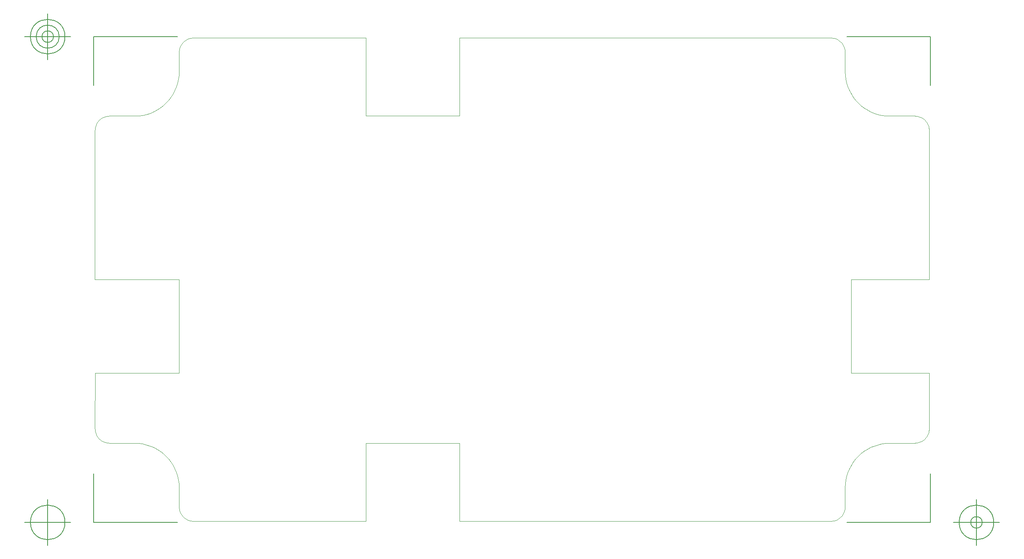
<source format=gbr>
G04 Generated by Ultiboard 14.2 *
%FSLAX24Y24*%
%MOIN*%

%ADD10C,0.0001*%
%ADD11C,0.0001*%
%ADD12C,0.0050*%


G04 ColorRGB 00FFFF for the following layer *
%LNBoard Outline*%
%LPD*%
G54D10*
G54D11*
X-28459Y-19418D02*
X-28454Y-19527D01*
X-28440Y-19635D01*
X-28416Y-19741D01*
X-28383Y-19845D01*
X-28342Y-19946D01*
X-28291Y-20043D01*
X-28233Y-20135D01*
X-28166Y-20221D01*
X-28093Y-20302D01*
X-28012Y-20375D01*
X-27926Y-20442D01*
X-27834Y-20500D01*
X-27737Y-20551D01*
X-27636Y-20592D01*
X-27532Y-20625D01*
X-27426Y-20649D01*
X-27318Y-20663D01*
X-27209Y-20668D01*
X-28459Y-17794D02*
X-28459Y-19418D01*
X-28459Y-17794D02*
X-28473Y-17462D01*
X-28517Y-17133D01*
X-28588Y-16809D01*
X-28688Y-16492D01*
X-28815Y-16185D01*
X-28969Y-15890D01*
X-29147Y-15610D01*
X-29349Y-15347D01*
X-29574Y-15102D01*
X-29819Y-14877D01*
X-30082Y-14675D01*
X-30362Y-14497D01*
X-30657Y-14343D01*
X-30964Y-14216D01*
X-31281Y-14116D01*
X-31605Y-14045D01*
X-31934Y-14001D01*
X-32266Y-13987D01*
X-32266Y-13987D01*
X-34393Y-13987D02*
X-32266Y-13987D01*
X-35643Y-12737D02*
X-35638Y-12846D01*
X-35624Y-12954D01*
X-35600Y-13060D01*
X-35567Y-13164D01*
X-35526Y-13265D01*
X-35475Y-13362D01*
X-35417Y-13454D01*
X-35350Y-13540D01*
X-35277Y-13621D01*
X-35196Y-13694D01*
X-35110Y-13761D01*
X-35018Y-13819D01*
X-34921Y-13870D01*
X-34820Y-13911D01*
X-34716Y-13944D01*
X-34610Y-13968D01*
X-34502Y-13982D01*
X-34393Y-13987D01*
X-34393Y13987D02*
X-34502Y13982D01*
X-34610Y13968D01*
X-34716Y13944D01*
X-34820Y13911D01*
X-34921Y13870D01*
X-35018Y13819D01*
X-35110Y13761D01*
X-35196Y13694D01*
X-35277Y13621D01*
X-35350Y13540D01*
X-35417Y13454D01*
X-35475Y13362D01*
X-35526Y13265D01*
X-35567Y13164D01*
X-35600Y13060D01*
X-35624Y12954D01*
X-35638Y12846D01*
X-35643Y12737D01*
X-32266Y13987D02*
X-34393Y13987D01*
X-32266Y13987D02*
X-31934Y14001D01*
X-31605Y14045D01*
X-31281Y14116D01*
X-30964Y14216D01*
X-30657Y14343D01*
X-30362Y14497D01*
X-30082Y14675D01*
X-29819Y14877D01*
X-29574Y15102D01*
X-29349Y15347D01*
X-29147Y15610D01*
X-28969Y15890D01*
X-28815Y16185D01*
X-28688Y16492D01*
X-28588Y16809D01*
X-28517Y17133D01*
X-28473Y17462D01*
X-28459Y17794D01*
X-28459Y19418D02*
X-28459Y17794D01*
X-27209Y20668D02*
X-27318Y20663D01*
X-27426Y20649D01*
X-27532Y20625D01*
X-27636Y20592D01*
X-27737Y20551D01*
X-27834Y20500D01*
X-27926Y20442D01*
X-28012Y20375D01*
X-28093Y20302D01*
X-28166Y20221D01*
X-28233Y20135D01*
X-28291Y20043D01*
X-28342Y19946D01*
X-28383Y19845D01*
X-28416Y19741D01*
X-28440Y19635D01*
X-28454Y19527D01*
X-28459Y19418D01*
X-27209Y20668D02*
X-20500Y20668D01*
X-35643Y12737D02*
X-35643Y0D01*
X-12500Y20668D02*
X-12500Y13987D01*
X-28459Y0D02*
X-28459Y-8000D01*
X-35640Y-8000D01*
X-28459Y0D02*
X-35643Y0D01*
X-35640Y-8000D02*
X-35643Y-12737D01*
X28459Y19418D02*
X28454Y19527D01*
X28440Y19635D01*
X28416Y19741D01*
X28383Y19845D01*
X28342Y19946D01*
X28291Y20043D01*
X28233Y20135D01*
X28166Y20221D01*
X28093Y20302D01*
X28012Y20375D01*
X27926Y20442D01*
X27834Y20500D01*
X27737Y20551D01*
X27636Y20592D01*
X27532Y20625D01*
X27426Y20649D01*
X27318Y20663D01*
X27209Y20668D01*
X28459Y17794D02*
X28459Y19418D01*
X28459Y17794D02*
X28473Y17462D01*
X28517Y17133D01*
X28588Y16809D01*
X28688Y16492D01*
X28815Y16185D01*
X28969Y15890D01*
X29147Y15610D01*
X29349Y15347D01*
X29574Y15102D01*
X29819Y14877D01*
X30082Y14675D01*
X30362Y14497D01*
X30657Y14343D01*
X30964Y14216D01*
X31281Y14116D01*
X31605Y14045D01*
X31934Y14001D01*
X32266Y13987D01*
X32266Y13987D01*
X34393Y13987D02*
X32266Y13987D01*
X35643Y12737D02*
X35638Y12846D01*
X35624Y12954D01*
X35600Y13060D01*
X35567Y13164D01*
X35526Y13265D01*
X35475Y13362D01*
X35417Y13454D01*
X35350Y13540D01*
X35277Y13621D01*
X35196Y13694D01*
X35110Y13761D01*
X35018Y13819D01*
X34921Y13870D01*
X34820Y13911D01*
X34716Y13944D01*
X34610Y13968D01*
X34502Y13982D01*
X34393Y13987D01*
X32266Y-13987D02*
X34393Y-13987D01*
X32266Y-13987D02*
X31934Y-14001D01*
X31605Y-14045D01*
X31281Y-14116D01*
X30964Y-14216D01*
X30657Y-14343D01*
X30362Y-14497D01*
X30082Y-14675D01*
X29819Y-14877D01*
X29574Y-15102D01*
X29349Y-15347D01*
X29147Y-15610D01*
X28969Y-15890D01*
X28815Y-16185D01*
X28688Y-16492D01*
X28588Y-16809D01*
X28517Y-17133D01*
X28473Y-17462D01*
X28459Y-17794D01*
X28459Y-17794D01*
X28459Y-19418D02*
X28459Y-17794D01*
X27209Y-20668D02*
X27318Y-20663D01*
X27426Y-20649D01*
X27532Y-20625D01*
X27636Y-20592D01*
X27737Y-20551D01*
X27834Y-20500D01*
X27926Y-20442D01*
X28012Y-20375D01*
X28093Y-20302D01*
X28166Y-20221D01*
X28233Y-20135D01*
X28291Y-20043D01*
X28342Y-19946D01*
X28383Y-19845D01*
X28416Y-19741D01*
X28440Y-19635D01*
X28454Y-19527D01*
X28459Y-19418D01*
X27209Y-20668D02*
X20500Y-20668D01*
X27209Y20668D02*
X0Y20668D01*
X35640Y8000D02*
X35643Y12737D01*
X20500Y-20668D02*
X12500Y-20668D01*
X-27209Y-20668D02*
X-12500Y-20668D01*
X4296Y-20668D02*
X12500Y-20668D01*
X0Y-20668D02*
X4296Y-20668D01*
X-12500Y13987D02*
X-4500Y13987D01*
X-4500Y20668D01*
X0Y20668D01*
X-20500Y20668D02*
X-12500Y20668D01*
X35640Y4000D02*
X35640Y8000D01*
X35640Y4000D02*
X35640Y0D01*
X28960Y0D01*
X28960Y-8000D01*
X35640Y-8000D01*
X35640Y-12818D01*
X-12500Y-20668D02*
X-12500Y-13988D01*
X-4500Y-13988D01*
X-4500Y-20668D01*
X0Y-20668D01*
X34393Y-13987D02*
X34502Y-13982D01*
X34610Y-13968D01*
X34716Y-13944D01*
X34820Y-13911D01*
X34921Y-13870D01*
X35018Y-13819D01*
X35110Y-13761D01*
X35196Y-13694D01*
X35277Y-13621D01*
X35350Y-13540D01*
X35417Y-13454D01*
X35475Y-13362D01*
X35526Y-13265D01*
X35567Y-13164D01*
X35600Y-13060D01*
X35624Y-12954D01*
X35638Y-12846D01*
X35640Y-12818D01*
G54D12*
X-35743Y-20768D02*
X-35743Y-16614D01*
X-35743Y-20768D02*
X-28594Y-20768D01*
X35743Y-20768D02*
X28594Y-20768D01*
X35743Y-20768D02*
X35743Y-16614D01*
X35743Y20768D02*
X35743Y16614D01*
X35743Y20768D02*
X28594Y20768D01*
X-35743Y20768D02*
X-28594Y20768D01*
X-35743Y20768D02*
X-35743Y16614D01*
X-37711Y-20768D02*
X-41648Y-20768D01*
X-39680Y-22736D02*
X-39680Y-18799D01*
X-41156Y-20768D02*
G75*
D01*
G02X-41156Y-20768I1476J0*
G01*
X37711Y-20768D02*
X41648Y-20768D01*
X39680Y-22736D02*
X39680Y-18799D01*
X38203Y-20768D02*
G75*
D01*
G02X38203Y-20768I1477J0*
G01*
X39188Y-20768D02*
G75*
D01*
G02X39188Y-20768I492J0*
G01*
X-37711Y20768D02*
X-41648Y20768D01*
X-39680Y18799D02*
X-39680Y22736D01*
X-41156Y20768D02*
G75*
D01*
G02X-41156Y20768I1476J0*
G01*
X-40664Y20768D02*
G75*
D01*
G02X-40664Y20768I984J0*
G01*
X-40172Y20768D02*
G75*
D01*
G02X-40172Y20768I492J0*
G01*

M02*

</source>
